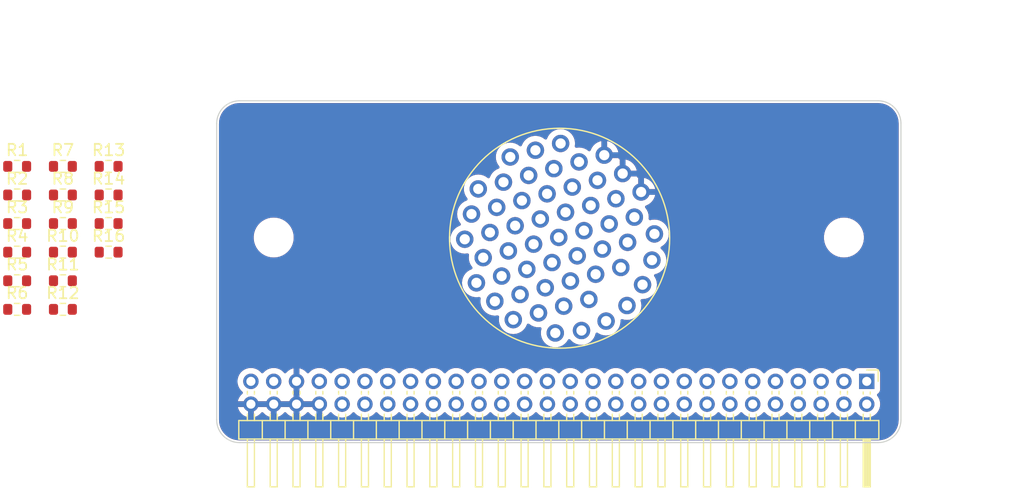
<source format=kicad_pcb>
(kicad_pcb (version 20221018) (generator pcbnew)
  (title_block (date "2023-11-16") (rev "${REVISION}") (company "Author:") (comment 1 "Reviewer:"))
  (layers (0 "F.Cu" signal) (31 "B.Cu" signal) (34 "B.Paste" user) (35 "F.Paste" user) (36 "B.SilkS" user "B.Silkscreen") (37 "F.SilkS" user "F.Silkscreen") (38 "B.Mask" user) (39 "F.Mask" user) (44 "Edge.Cuts" user))
  (property "REVISION" "1.0")
  (net 0 "")
  (net 1 "+24V")
  (net 5 "Net-(J2-Pin_7)")
  (net 6 "Net-(J2-Pin_8)")
  (net 7 "Net-(J2-Pin_9)")
  (net 8 "Net-(J2-Pin_10)")
  (net 9 "+5V_EXT")
  (net 10 "WATER_PRESSURE_IN1")
  (net 11 "WATER_PRESSURE_IN2")
  (net 12 "WATER_TEMPERATURE_IN1")
  (net 13 "WATER_TEMPERATURE_IN2")
  (net 14 "MONO_TEMPERATURE_IN")
  (net 15 "POTENTIOMETER_IN_L")
  (net 16 "POTENTIOMETER_IN_R")
  (net 17 "Net-(J2-Pin_19)")
  (net 18 "Net-(J2-Pin_20)")
  (net 19 "+3V_EXT")
  (net 20 "LOAD_CELL_IN_L+")
  (net 21 "LOAD_CELL_IN_L-")
  (net 22 "LOAD_CELL_IN_R+")
  (net 23 "LOAD_CELL_IN_R-")
  (net 24 "Net-(J2-Pin_26)")
  (net 25 "Net-(J2-Pin_27)")
  (net 26 "Net-(J2-Pin_28)")
  (net 27 "Net-(J2-Pin_29)")
  (net 28 "Net-(J2-Pin_30)")
  (net 29 "Net-(J2-Pin_31)")
  (net 30 "Net-(J2-Pin_32)")
  (net 34 "SAFETY_IN_INV")
  (net 35 "SAFETY_IN_HVD")
  (net 36 "SAFETY_IN_RES")
  (net 37 "SAFETY_IN_HV")
  (net 38 "SAFETY_IN_FW")
  (net 39 "SAFETY_IN_ASMS")
  (net 40 "SAFETY_IN_RFU1")
  (net 41 "SAFETY_IN_RFU2")
  (net 42 "SAFETY_IN_WHEEL_FL")
  (net 43 "SAFETY_IN_WHEEL_FR")
  (net 44 "SAFETY_IN_WHEEL_RL")
  (net 45 "SAFETY_IN_WHEEL_RR")
  (net 46 "Net-(J2-Pin_48)")
  (net 47 "Net-(J2-Pin_49)")
  (net 48 "Net-(J2-Pin_50)")
  (net 51 "GND")
  (net 52 "PUMP_OUT1")
  (net 53 "PUMP_OUT2")
  (net 54 "FAN_OUT_L")
  (net 55 "FAN_OUT_R")
  (net 56 "CAN+")
  (net 57 "CAN-")
  (net 58 "CAN2+")
  (net 59 "CAN2-")
  (net 60 "ANALOG_IN_RFU1")
  (net 61 "ANALOG_IN_RFU2")
  (net 62 "ASSI_OUT_R")
  (net 63 "ASSI_OUT_G")
  (net 64 "ASSI_OUT_B")
  (net 65 "BRAKE_LIGHT_OUT")
  (net 66 "ASSI_OUT_BUZZER")
  (net 67 "RTDS_OUT")
  (footprint "Resistor_SMD:R_0603_1608Metric" (layer "F.Cu") (at 98.505 104.305)
    (fp_text reference "R6" (at 0 -1.43) (layer "F.SilkS"))
    (fp_text value "0R")
    (fp_line (start -0.237258 -0.5225) (end 0.237258 -0.5225) (stroke (width 0.12)) (layer "F.SilkS"))
    (fp_line (start -0.237258 0.5225) (end 0.237258 0.5225) (stroke (width 0.12)) (layer "F.SilkS"))
    (pad "1" smd roundrect (at -0.825 0) (size 0.8 0.95) (layers "F.Cu" "F.Paste" "F.Mask") (net 61 "ANALOG_IN_RFU2"))
    (pad "2" smd roundrect (at 0.825 0) (size 0.8 0.95) (layers "F.Cu" "F.Paste" "F.Mask") (net 18 "Net-(J2-Pin_20)"))
  )
  (footprint "MountingHole:MountingHole_3mm" (layer "F.Cu") (at 121 98 -90)
    (fp_text reference "REF**" hide)
    (fp_text value "MountingHole_3mm")
    (pad "" np_thru_hole circle locked (at 0 0 270) (size 3 3) (drill 3) (layers "*.Cu" "*.Mask"))
  )
  (footprint "MountingHole:MountingHole_3mm" (layer "F.Cu") (at 171 98 -90)
    (fp_text reference "REF**" hide)
    (fp_text value "MountingHole_3mm")
    (pad "" np_thru_hole circle locked (at 0 0 270) (size 3 3) (drill 3) (layers "F&B.Cu" "*.Mask"))
  )
  (footprint "Resistor_SMD:R_0603_1608Metric" (layer "F.Cu") (at 98.505 94.265)
    (fp_text reference "R2" (at 0 -1.43) (layer "F.SilkS"))
    (fp_text value "0R")
    (fp_line (start -0.237258 -0.5225) (end 0.237258 -0.5225) (stroke (width 0.12)) (layer "F.SilkS"))
    (fp_line (start -0.237258 0.5225) (end 0.237258 0.5225) (stroke (width 0.12)) (layer "F.SilkS"))
    (pad "1" smd roundrect (at -0.825 0) (size 0.8 0.95) (layers "F.Cu" "F.Paste" "F.Mask") (net 57 "CAN-"))
    (pad "2" smd roundrect (at 0.825 0) (size 0.8 0.95) (layers "F.Cu" "F.Paste" "F.Mask") (net 6 "Net-(J2-Pin_8)"))
  )
  (footprint "Resistor_SMD:R_0603_1608Metric" (layer "F.Cu") (at 102.515 104.305)
    (fp_text reference "R12" (at 0 -1.43) (layer "F.SilkS"))
    (fp_text value "0R")
    (fp_line (start -0.237258 -0.5225) (end 0.237258 -0.5225) (stroke (width 0.12)) (layer "F.SilkS"))
    (fp_line (start -0.237258 0.5225) (end 0.237258 0.5225) (stroke (width 0.12)) (layer "F.SilkS"))
    (pad "1" smd roundrect (at -0.825 0) (size 0.8 0.95) (layers "F.Cu" "F.Paste" "F.Mask") (net 29 "Net-(J2-Pin_31)"))
    (pad "2" smd roundrect (at 0.825 0) (size 0.8 0.95) (layers "F.Cu" "F.Paste" "F.Mask") (net 52 "PUMP_OUT1"))
  )
  (footprint "Resistor_SMD:R_0603_1608Metric" (layer "F.Cu") (at 102.515 96.775)
    (fp_text reference "R9" (at 0 -1.43) (layer "F.SilkS"))
    (fp_text value "0R")
    (fp_line (start -0.237258 -0.5225) (end 0.237258 -0.5225) (stroke (width 0.12)) (layer "F.SilkS"))
    (fp_line (start -0.237258 0.5225) (end 0.237258 0.5225) (stroke (width 0.12)) (layer "F.SilkS"))
    (pad "1" smd roundrect (at -0.825 0) (size 0.8 0.95) (layers "F.Cu" "F.Paste" "F.Mask") (net 67 "RTDS_OUT"))
    (pad "2" smd roundrect (at 0.825 0) (size 0.8 0.95) (layers "F.Cu" "F.Paste" "F.Mask") (net 26 "Net-(J2-Pin_28)"))
  )
  (footprint "Resistor_SMD:R_0603_1608Metric" (layer "F.Cu") (at 98.505 99.285)
    (fp_text reference "R4" (at 0 -1.43) (layer "F.SilkS"))
    (fp_text value "0R")
    (fp_line (start -0.237258 -0.5225) (end 0.237258 -0.5225) (stroke (width 0.12)) (layer "F.SilkS"))
    (fp_line (start -0.237258 0.5225) (end 0.237258 0.5225) (stroke (width 0.12)) (layer "F.SilkS"))
    (pad "1" smd roundrect (at -0.825 0) (size 0.8 0.95) (layers "F.Cu" "F.Paste" "F.Mask") (net 59 "CAN2-"))
    (pad "2" smd roundrect (at 0.825 0) (size 0.8 0.95) (layers "F.Cu" "F.Paste" "F.Mask") (net 8 "Net-(J2-Pin_10)"))
  )
  (footprint "Resistor_SMD:R_0603_1608Metric" (layer "F.Cu") (at 102.515 101.795)
    (fp_text reference "R11" (at 0 -1.43) (layer "F.SilkS"))
    (fp_text value "0R")
    (fp_line (start -0.237258 -0.5225) (end 0.237258 -0.5225) (stroke (width 0.12)) (layer "F.SilkS"))
    (fp_line (start -0.237258 0.5225) (end 0.237258 0.5225) (stroke (width 0.12)) (layer "F.SilkS"))
    (pad "1" smd roundrect (at -0.825 0) (size 0.8 0.95) (layers "F.Cu" "F.Paste" "F.Mask") (net 28 "Net-(J2-Pin_30)"))
    (pad "2" smd roundrect (at 0.825 0) (size 0.8 0.95) (layers "F.Cu" "F.Paste" "F.Mask") (net 55 "FAN_OUT_R"))
  )
  (footprint "Resistor_SMD:R_0603_1608Metric" (layer "F.Cu") (at 106.525 99.285)
    (fp_text reference "R16" (at 0 -1.43) (layer "F.SilkS"))
    (fp_text value "0R")
    (fp_line (start -0.237258 -0.5225) (end 0.237258 -0.5225) (stroke (width 0.12)) (layer "F.SilkS"))
    (fp_line (start -0.237258 0.5225) (end 0.237258 0.5225) (stroke (width 0.12)) (layer "F.SilkS"))
    (pad "1" smd roundrect (at -0.825 0) (size 0.8 0.95) (layers "F.Cu" "F.Paste" "F.Mask") (net 48 "Net-(J2-Pin_50)"))
    (pad "2" smd roundrect (at 0.825 0) (size 0.8 0.95) (layers "F.Cu" "F.Paste" "F.Mask") (net 64 "ASSI_OUT_B"))
  )
  (footprint "Resistor_SMD:R_0603_1608Metric" (layer "F.Cu") (at 102.515 94.265)
    (fp_text reference "R8" (at 0 -1.43) (layer "F.SilkS"))
    (fp_text value "0R")
    (fp_line (start -0.237258 -0.5225) (end 0.237258 -0.5225) (stroke (width 0.12)) (layer "F.SilkS"))
    (fp_line (start -0.237258 0.5225) (end 0.237258 0.5225) (stroke (width 0.12)) (layer "F.SilkS"))
    (pad "1" smd roundrect (at -0.825 0) (size 0.8 0.95) (layers "F.Cu" "F.Paste" "F.Mask") (net 66 "ASSI_OUT_BUZZER"))
    (pad "2" smd roundrect (at 0.825 0) (size 0.8 0.95) (layers "F.Cu" "F.Paste" "F.Mask") (net 25 "Net-(J2-Pin_27)"))
  )
  (footprint "Resistor_SMD:R_0603_1608Metric" (layer "F.Cu") (at 102.515 91.755)
    (fp_text reference "R7" (at 0 -1.43) (layer "F.SilkS"))
    (fp_text value "0R")
    (fp_line (start -0.237258 -0.5225) (end 0.237258 -0.5225) (stroke (width 0.12)) (layer "F.SilkS"))
    (fp_line (start -0.237258 0.5225) (end 0.237258 0.5225) (stroke (width 0.12)) (layer "F.SilkS"))
    (pad "1" smd roundrect (at -0.825 0) (size 0.8 0.95) (layers "F.Cu" "F.Paste" "F.Mask") (net 65 "BRAKE_LIGHT_OUT"))
    (pad "2" smd roundrect (at 0.825 0) (size 0.8 0.95) (layers "F.Cu" "F.Paste" "F.Mask") (net 24 "Net-(J2-Pin_26)"))
  )
  (footprint "Resistor_SMD:R_0603_1608Metric" (layer "F.Cu") (at 102.515 99.285)
    (fp_text reference "R10" (at 0 -1.43) (layer "F.SilkS"))
    (fp_text value "0R")
    (fp_line (start -0.237258 -0.5225) (end 0.237258 -0.5225) (stroke (width 0.12)) (layer "F.SilkS"))
    (fp_line (start -0.237258 0.5225) (end 0.237258 0.5225) (stroke (width 0.12)) (layer "F.SilkS"))
    (pad "1" smd roundrect (at -0.825 0) (size 0.8 0.95) (layers "F.Cu" "F.Paste" "F.Mask") (net 27 "Net-(J2-Pin_29)"))
    (pad "2" smd roundrect (at 0.825 0) (size 0.8 0.95) (layers "F.Cu" "F.Paste" "F.Mask") (net 54 "FAN_OUT_L"))
  )
  (footprint "Connector_PinHeader_2.00mm:PinHeader_2x28_P2.00mm_Horizontal" (layer "F.Cu") (at 173 110.625 -90)
    (fp_text reference "J3" hide)
    (fp_text value "Goldpin")
    (fp_line (start -1 -1) (end 0 -1) (stroke (width 0.12)) (layer "F.SilkS"))
    (fp_line (start -1 0) (end -1 -1) (stroke (width 0.12)) (layer "F.SilkS"))
    (fp_line (start 0.882114 1.69) (end 1.117886 1.69) (stroke (width 0.12)) (layer "F.SilkS"))
    (fp_line (start 0.882114 2.31) (end 1.117886 2.31) (stroke (width 0.12)) (layer "F.SilkS"))
    (fp_line (start 0.882114 3.69) (end 1.117886 3.69) (stroke (width 0.12)) (layer "F.SilkS"))
    (fp_line (start 0.882114 4.31) (end 1.117886 4.31) (stroke (width 0.12)) (layer "F.SilkS"))
    (fp_line (start 0.882114 5.69) (end 1.117886 5.69) (stroke (width 0.12)) (layer "F.SilkS"))
    (fp_line (start 0.882114 6.31) (end 1.117886 6.31) (stroke (width 0.12)) (layer "F.SilkS"))
    (fp_line (start 0.882114 7.69) (end 1.117886 7.69) (stroke (width 0.12)) (layer "F.SilkS"))
    (fp_line (start 0.882114 8.31) (end 1.117886 8.31) (stroke (width 0.12)) (layer "F.SilkS"))
    (fp_line (start 0.882114 9.69) (end 1.117886 9.69) (stroke (width 0.12)) (layer "F.SilkS"))
    (fp_line (start 0.882114 10.31) (end 1.117886 10.31) (stroke (width 0.12)) (layer "F.SilkS"))
    (fp_line (start 0.882114 11.69) (end 1.117886 11.69) (stroke (width 0.12)) (layer "F.SilkS"))
    (fp_line (start 0.882114 12.31) (end 1.117886 12.31) (stroke (width 0.12)) (layer "F.SilkS"))
    (fp_line (start 0.882114 13.69) (end 1.117886 13.69) (stroke (width 0.12)) (layer "F.SilkS"))
    (fp_line (start 0.882114 14.31) (end 1.117886 14.31) (stroke (width 0.12)) (layer "F.SilkS"))
    (fp_line (start 0.882114 15.69) (end 1.117886 15.69) (stroke (width 0.12)) (layer "F.SilkS"))
    (fp_line (start 0.882114 16.31) (end 1.117886 16.31) (stroke (width 0.12)) (layer "F.SilkS"))
    (fp_line (start 0.882114 17.69) (end 1.117886 17.69) (stroke (width 0.12)) (layer "F.SilkS"))
    (fp_line (start 0.882114 18.31) (end 1.117886 18.31) (stroke (width 0.12)) (layer "F.SilkS"))
    (fp_line (start 0.882114 19.69) (end 1.117886 19.69) (stroke (width 0.12)) (layer "F.SilkS"))
    (fp_line (start 0.882114 20.31) (end 1.117886 20.31) (stroke (width 0.12)) (layer "F.SilkS"))
    (fp_line (start 0.882114 21.69) (end 1.117886 21.69) (stroke (width 0.12)) (layer "F.SilkS"))
    (fp_line (start 0.882114 22.31) (end 1.117886 22.31) (stroke (width 0.12)) (layer "F.SilkS"))
    (fp_line (start 0.882114 23.69) (end 1.117886 23.69) (stroke (width 0.12)) (layer "F.SilkS"))
    (fp_line (start 0.882114 24.31) (end 1.117886 24.31) (stroke (width 0.12)) (layer "F.SilkS"))
    (fp_line (start 0.882114 25.69) (end 1.117886 25.69) (stroke (width 0.12)) (layer "F.SilkS"))
    (fp_line (start 0.882114 26.31) (end 1.117886 26.31) (stroke (width 0.12)) (layer "F.SilkS"))
    (fp_line (start 0.882114 27.69) (end 1.117886 27.69) (stroke (width 0.12)) (layer "F.SilkS"))
    (fp_line (start 0.882114 28.31) (end 1.117886 28.31) (stroke (width 0.12)) (layer "F.SilkS"))
    (fp_line (start 0.882114 29.69) (end 1.117886 29.69) (stroke (width 0.12)) (layer "F.SilkS"))
    (fp_line (start 0.882114 30.31) (end 1.117886 30.31) (stroke (width 0.12)) (layer "F.SilkS"))
    (fp_line (start 0.882114 31.69) (end 1.117886 31.69) (stroke (width 0.12)) (layer "F.SilkS"))
    (fp_line (start 0.882114 32.31) (end 1.117886 32.31) (stroke (width 0.12)) (layer "F.SilkS"))
    (fp_line (start 0.882114 33.69) (end 1.117886 33.69) (stroke (width 0.12)) (layer "F.SilkS"))
    (fp_line (start 0.882114 34.31) (end 1.117886 34.31) (stroke (width 0.12)) (layer "F.SilkS"))
    (fp_line (start 0.882114 35.69) (end 1.117886 35.69) (stroke (width 0.12)) (layer "F.SilkS"))
    (fp_line (start 0.882114 36.31) (end 1.117886 36.31) (stroke (width 0.12)) (layer "F.SilkS"))
    (fp_line (start 0.882114 37.69) (end 1.117886 37.69) (stroke (width 0.12)) (layer "F.SilkS"))
    (fp_line (start 0.882114 38.31) (end 1.117886 38.31) (stroke (width 0.12)) (layer "F.SilkS"))
    (fp_line (start 0.882114 39.69) (end 1.117886 39.69) (stroke (width 0.12)) (layer "F.SilkS"))
    (fp_line (start 0.882114 40.31) (end 1.117886 40.31) (stroke (width 0.12)) (layer "F.SilkS"))
    (fp_line (start 0.882114 41.69) (end 1.117886 41.69) (stroke (width 0.12)) (layer "F.SilkS"))
    (fp_line (start 0.882114 42.31) (end 1.117886 42.31) (stroke (width 0.12)) (layer "F.SilkS"))
    (fp_line (start 0.882114 43.69) (end 1.117886 43.69) (stroke (width 0.12)) (layer "F.SilkS"))
    (fp_line (start 0.882114 44.31) (end 1.117886 44.31) (stroke (width 0.12)) (layer "F.SilkS"))
    (fp_line (start 0.882114 45.69) (end 1.117886 45.69) (stroke (width 0.12)) (layer "F.SilkS"))
    (fp_line (start 0.882114 46.31) (end 1.117886 46.31) (stroke (width 0.12)) (layer "F.SilkS"))
    (fp_line (start 0.882114 47.69) (end 1.117886 47.69) (stroke (width 0.12)) (layer "F.SilkS"))
    (fp_line (start 0.882114 48.31) (end 1.117886 48.31) (stroke (width 0.12)) (layer "F.SilkS"))
    (fp_line (start 0.882114 49.69) (end 1.117886 49.69) (stroke (width 0.12)) (layer "F.SilkS"))
    (fp_line (start 0.882114 50.31) (end 1.117886 50.31) (stroke (width 0.12)) (layer "F.SilkS"))
    (fp_line (start 0.882114 51.69) (end 1.117886 51.69) (stroke (width 0.12)) (layer "F.SilkS"))
    (fp_line (start 0.882114 52.31) (end 1.117886 52.31) (stroke (width 0.12)) (layer "F.SilkS"))
    (fp_line (start 0.882114 53.69) (end 1.117886 53.69) (stroke (width 0.12)) (layer "F.SilkS"))
    (fp_line (start 0.882114 54.31) (end 1.117886 54.31) (stroke (width 0.12)) (layer "F.SilkS"))
    (fp_line (start 0.935 -0.31) (end 1.117886 -0.31) (stroke (width 0.12)) (layer "F.SilkS"))
    (fp_line (start 0.935 0.31) (end 1.117886 0.31) (stroke (width 0.12)) (layer "F.SilkS"))
    (fp_line (start 2.882114 -0.31) (end 3.44 -0.31) (stroke (width 0.12)) (layer "F.SilkS"))
    (fp_line (start 2.882114 0.31) (end 3.44 0.31) (stroke (width 0.12)) (layer "F.SilkS"))
    (fp_line (start 2.882114 1.69) (end 3.44 1.69) (stroke (width 0.12)) (layer "F.SilkS"))
    (fp_line (start 2.882114 2.31) (end 3.44 2.31) (stroke (width 0.12)) (layer "F.SilkS"))
    (fp_line (start 2.882114 3.69) (end 3.44 3.69) (stroke (width 0.12)) (layer "F.SilkS"))
    (fp_line (start 2.882114 4.31) (end 3.44 4.31) (stroke (width 0.12)) (layer "F.SilkS"))
    (fp_line (start 2.882114 5.69) (end 3.44 5.69) (stroke (width 0.12)) (layer "F.SilkS"))
    (fp_line (start 2.882114 6.31) (end 3.44 6.31) (stroke (width 0.12)) (layer "F.SilkS"))
    (fp_line (start 2.882114 7.69) (end 3.44 7.69) (stroke (width 0.12)) (layer "F.SilkS"))
    (fp_line (start 2.882114 8.31) (end 3.44 8.31) (stroke (width 0.12)) (layer "F.SilkS"))
    (fp_line (start 2.882114 9.69) (end 3.44 9.69) (stroke (width 0.12)) (layer "F.SilkS"))
    (fp_line (start 2.882114 10.31) (end 3.44 10.31) (stroke (width 0.12)) (layer "F.SilkS"))
    (fp_line (start 2.882114 11.69) (end 3.44 11.69) (stroke (width 0.12)) (layer "F.SilkS"))
    (fp_line (start 2.882114 12.31) (end 3.44 12.31) (stroke (width 0.12)) (layer "F.SilkS"))
    (fp_line (start 2.882114 13.69) (end 3.44 13.69) (stroke (width 0.12)) (layer "F.SilkS"))
    (fp_line (start 2.882114 14.31) (end 3.44 14.31) (stroke (width 0.12)) (layer "F.SilkS"))
    (fp_line (start 2.882114 15.69) (end 3.44 15.69) (stroke (width 0.12)) (layer "F.SilkS"))
    (fp_line (start 2.882114 16.31) (end 3.44 16.31) (stroke (width 0.12)) (layer "F.SilkS"))
    (fp_line (start 2.882114 17.69) (end 3.44 17.69) (stroke (width 0.12)) (layer "F.SilkS"))
    (fp_line (start 2.882114 18.31) (end 3.44 18.31) (stroke (width 0.12)) (layer "F.SilkS"))
    (fp_line (start 2.882114 19.69) (end 3.44 19.69) (stroke (width 0.12)) (layer "F.SilkS"))
    (fp_line (start 2.882114 20.31) (end 3.44 20.31) (stroke (width 0.12)) (layer "F.SilkS"))
    (fp_line (start 2.882114 21.69) (end 3.44 21.69) (stroke (width 0.12)) (layer "F.SilkS"))
    (fp_line (start 2.882114 22.31) (end 3.44 22.31) (stroke (width 0.12)) (layer "F.SilkS"))
    (fp_line (start 2.882114 23.69) (end 3.44 23.69) (stroke (width 0.12)) (layer "F.SilkS"))
    (fp_line (start 2.882114 24.31) (end 3.44 24.31) (stroke (width 0.12)) (layer "F.SilkS"))
    (fp_line (start 2.882114 25.69) (end 3.44 25.69) (stroke (width 0.12)) (layer "F.SilkS"))
    (fp_line (start 2.882114 26.31) (end 3.44 26.31) (stroke (width 0.12)) (layer "F.SilkS"))
    (fp_line (start 2.882114 27.69) (end 3.44 27.69) (stroke (width 0.12)) (layer "F.SilkS"))
    (fp_line (start 2.882114 28.31) (end 3.44 28.31) (stroke (width 0.12)) (layer "F.SilkS"))
    (fp_line (start 2.882114 29.69) (end 3.44 29.69) (stroke (width 0.12)) (layer "F.SilkS"))
    (fp_line (start 2.882114 30.31) (end 3.44 30.31) (stroke (width 0.12)) (layer "F.SilkS"))
    (fp_line (start 2.882114 31.69) (end 3.44 31.69) (stroke (width 0.12)) (layer "F.SilkS"))
    (fp_line (start 2.882114 32.31) (end 3.44 32.31) (stroke (width 0.12)) (layer "F.SilkS"))
    (fp_line (start 2.882114 33.69) (end 3.44 33.69) (stroke (width 0.12)) (layer "F.SilkS"))
    (fp_line (start 2.882114 34.31) (end 3.44 34.31) (stroke (width 0.12)) (layer "F.SilkS"))
    (fp_line (start 2.882114 35.69) (end 3.44 35.69) (stroke (width 0.12)) (layer "F.SilkS"))
    (fp_line (start 2.882114 36.31) (end 3.44 36.31) (stroke (width 0.12)) (layer "F.SilkS"))
    (fp_line (start 2.882114 37.69) (end 3.44 37.69) (stroke (width 0.12)) (layer "F.SilkS"))
    (fp_line (start 2.882114 38.31) (end 3.44 38.31) (stroke (width 0.12)) (layer "F.SilkS"))
    (fp_line (start 2.882114 39.69) (end 3.44 39.69) (stroke (width 0.12)) (layer "F.SilkS"))
    (fp_line (start 2.882114 40.31) (end 3.44 40.31) (stroke (width 0.12)) (layer "F.SilkS"))
    (fp_line (start 2.882114 41.69) (end 3.44 41.69) (stroke (width 0.12)) (layer "F.SilkS"))
    (fp_line (start 2.882114 42.31) (end 3.44 42.31) (stroke (width 0.12)) (layer "F.SilkS"))
    (fp_line (start 2.882114 43.69) (end 3.44 43.69) (stroke (width 0.12)) (layer "F.SilkS"))
    (fp_line (start 2.882114 44.31) (end 3.44 44.31) (stroke (width 0.12)) (layer "F.SilkS"))
    (fp_line (start 2.882114 45.69) (end 3.44 45.69) (stroke (width 0.12)) (layer "F.SilkS"))
    (fp_line (start 2.882114 46.31) (end 3.44 46.31) (stroke (width 0.12)) (layer "F.SilkS"))
    (fp_line (start 2.882114 47.69) (end 3.44 47.69) (stroke (width 0.12)) (layer "F.SilkS"))
    (fp_line (start 2.882114 48.31) (end 3.44 48.31) (stroke (width 0.12)) (layer "F.SilkS"))
    (fp_line (start 2.882114 49.69) (end 3.44 49.69) (stroke (width 0.12)) (layer "F.SilkS"))
    (fp_line (start 2.882114 50.31) (end 3.44 50.31) (stroke (width 0.12)) (layer "F.SilkS"))
    (fp_line (start 2.882114 51.69) (end 3.44 51.69) (stroke (width 0.12)) (layer "F.SilkS"))
    (fp_line (start 2.882114 52.31) (end 3.44 52.31) (stroke (width 0.12)) (layer "F.SilkS"))
    (fp_line (start 2.882114 53.69) (end 3.44 53.69) (stroke (width 0.12)) (layer "F.SilkS"))
    (fp_line (start 2.882114 54.31) (end 3.44 54.31) (stroke (width 0.12)) (layer "F.SilkS"))
    (fp_line (start 3.44 -1.06) (end 3.44 55.06) (stroke (width 0.12)) (layer "F.SilkS"))
    (fp_line (start 3.44 1) (end 5.06 1) (stroke (width 0.12)) (layer "F.SilkS"))
    (fp_line (start 3.44 3) (end 5.06 3) (stroke (width 0.12)) (layer "F.SilkS"))
    (fp_line (start 3.44 5) (end 5.06 5) (stroke (width 0.12)) (layer "F.SilkS"))
    (fp_line (start 3.44 7) (end 5.06 7) (stroke (width 0.12)) (layer "F.SilkS"))
    (fp_line (start 3.44 9) (end 5.06 9) (stroke (width 0.12)) (layer "F.SilkS"))
    (fp_line (start 3.44 11) (end 5.06 11) (stroke (width 0.12)) (layer "F.SilkS"))
    (fp_line (start 3.44 13) (end 5.06 13) (stroke (width 0.12)) (layer "F.SilkS"))
    (fp_line (start 3.44 15) (end 5.06 15) (stroke (width 0.12)) (layer "F.SilkS"))
    (fp_line (start 3.44 17) (end 5.06 17) (stroke (width 0.12)) (layer "F.SilkS"))
    (fp_line (start 3.44 19) (end 5.06 19) (stroke (width 0.12)) (layer "F.SilkS"))
    (fp_line (start 3.44 21) (end 5.06 21) (stroke (width 0.12)) (layer "F.SilkS"))
    (fp_line (start 3.44 23) (end 5.06 23) (stroke (width 0.12)) (layer "F.SilkS"))
    (fp_line (start 3.44 25) (end 5.06 25) (stroke (width 0.12)) (layer "F.SilkS"))
    (fp_line (start 3.44 27) (end 5.06 27) (stroke (width 0.12)) (layer "F.SilkS"))
    (fp_line (start 3.44 29) (end 5.06 29) (stroke (width 0.12)) (layer "F.SilkS"))
    (fp_line (start 3.44 31) (end 5.06 31) (stroke (width 0.12)) (layer "F.SilkS"))
    (fp_line (start 3.44 33) (end 5.06 33) (stroke (width 0.12)) (layer "F.SilkS"))
    (fp_line (start 3.44 35) (end 5.06 35) (stroke (width 0.12)) (layer "F.SilkS"))
    (fp_line (start 3.44 37) (end 5.06 37) (stroke (width 0.12)) (layer "F.SilkS"))
    (fp_line (start 3.44 39) (end 5.06 39) (stroke (width 0.12)) (layer "F.SilkS"))
    (fp_line (start 3.44 41) (end 5.06 41) (stroke (width 0.12)) (layer "F.SilkS"))
    (fp_line (start 3.44 43) (end 5.06 43) (stroke (width 0.12)) (layer "F.SilkS"))
    (fp_line (start 3.44 45) (end 5.06 45) (stroke (width 0.12)) (layer "F.SilkS"))
    (fp_line (start 3.44 47) (end 5.06 47) (stroke (width 0.12)) (layer "F.SilkS"))
    (fp_line (start 3.44 49) (end 5.06 49) (stroke (width 0.12)) (layer "F.SilkS"))
    (fp_line (start 3.44 51) (end 5.06 51) (stroke (width 0.12)) (layer "F.SilkS"))
    (fp_line (start 3.44 53) (end 5.06 53) (stroke (width 0.12)) (layer "F.SilkS"))
    (fp_line (start 3.44 55.06) (end 5.06 55.06) (stroke (width 0.12)) (layer "F.SilkS"))
    (fp_line (start 5.06 -1.06) (end 3.44 -1.06) (stroke (width 0.12)) (layer "F.SilkS"))
    (fp_line (start 5.06 -0.31) (end 9.26 -0.31) (stroke (width 0.12)) (layer "F.SilkS"))
    (fp_line (start 5.06 -0.25) (end 9.26 -0.25) (stroke (width 0.12)) (layer "F.SilkS"))
    (fp_line (start 5.06 -0.13) (end 9.26 -0.13) (stroke (width 0.12)) (layer "F.SilkS"))
    (fp_line (start 5.06 -0.01) (end 9.26 -0.01) (stroke (width 0.12)) (layer "F.SilkS"))
    (fp_line (start 5.06 0.11) (end 9.26 0.11) (stroke (width 0.12)) (layer "F.SilkS"))
    (fp_line (start 5.06 0.23) (end 9.26 0.23) (stroke (width 0.12)) (layer "F.SilkS"))
    (fp_line (start 5.06 1.69) (end 9.26 1.69) (stroke (width 0.12)) (layer "F.SilkS"))
    (fp_line (start 5.06 3.69) (end 9.26 3.69) (stroke (width 0.12)) (layer "F.SilkS"))
    (fp_line (start 5.06 5.69) (end 9.26 5.69) (stroke (width 0.12)) (layer "F.SilkS"))
    (fp_line (start 5.06 7.69) (end 9.26 7.69) (stroke (width 0.12)) (layer "F.SilkS"))
    (fp_line (start 5.06 9.69) (end 9.26 9.69) (stroke (width 0.12)) (layer "F.SilkS"))
    (fp_line (start 5.06 11.69) (end 9.26 11.69) (stroke (width 0.12)) (layer "F.SilkS"))
    (fp_line (start 5.06 13.69) (end 9.26 13.69) (stroke (width 0.12)) (layer "F.SilkS"))
    (fp_line (start 5.06 15.69) (end 9.26 15.69) (stroke (width 0.12)) (layer "F.SilkS"))
    (fp_line (start 5.06 17.69) (end 9.26 17.69) (stroke (width 0.12)) (layer "F.SilkS"))
    (fp_line (start 5.06 19.69) (end 9.26 19.69) (stroke (width 0.12)) (layer "F.SilkS"))
    (fp_line (start 5.06 21.69) (end 9.26 21.69) (stroke (width 0.12)) (layer "F.SilkS"))
    (fp_line (start 5.06 23.69) (end 9.26 23.69) (stroke (width 0.12)) (layer "F.SilkS"))
    (fp_line (start 5.06 25.69) (end 9.26 25.69) (stroke (width 0.12)) (layer "F.SilkS"))
    (fp_line (start 5.06 27.69) (end 9.26 27.69) (stroke (width 0.12)) (layer "F.SilkS"))
    (fp_line (start 5.06 29.69) (end 9.26 29.69) (stroke (width 0.12)) (layer "F.SilkS"))
    (fp_line (start 5.06 31.69) (end 9.26 31.69) (stroke (width 0.12)) (layer "F.SilkS"))
    (fp_line (start 5.06 33.69) (end 9.26 33.69) (stroke (width 0.12)) (layer "F.SilkS"))
    (fp_line (start 5.06 35.69) (end 9.26 35.69) (stroke (width 0.12)) (layer "F.SilkS"))
    (fp_line (start 5.06 37.69) (end 9.26 37.69) (stroke (width 0.12)) (layer "F.SilkS"))
    (fp_line (start 5.06 39.69) (end 9.26 39.69) (stroke (width 0.12)) (layer "F.SilkS"))
    (fp_line (start 5.06 41.69) (end 9.26 41.69) (stroke (width 0.12)) (layer "F.SilkS"))
    (fp_line (start 5.06 43.69) (end 9.26 43.69) (stroke (width 0.12)) (layer "F.SilkS"))
    (fp_line (start 5.06 45.69) (end 9.26 45.69) (stroke (width 0.12)) (layer "F.SilkS"))
    (fp_line (start 5.06 47.69) (end 9.26 47.69) (stroke (width 0.12)) (layer "F.SilkS"))
    (fp_line (start 5.06 49.69) (end 9.26 49.69) (stroke (width 0.12)) (layer "F.SilkS"))
    (fp_line (start 5.06 51.69) (end 9.26 51.69) (stroke (width 0.12)) (layer "F.SilkS"))
    (fp_line (start 5.06 53.69) (end 9.26 53.69) (stroke (width 0.12)) (layer "F.SilkS"))
    (fp_line (start 5.06 55.06) (end 5.06 -1.06) (stroke (width 0.12)) (layer "F.SilkS"))
    (fp_line (start 9.26 -0.31) (end 9.26 0.31) (stroke (width 0.12)) (layer "F.SilkS"))
    (fp_line (start 9.26 0.31) (end 5.06 0.31) (stroke (width 0.12)) (layer "F.SilkS"))
    (fp_line (start 9.26 1.69) (end 9.26 2.31) (stroke (width 0.12)) (layer "F.SilkS"))
    (fp_line (start 9.26 2.31) (end 5.06 2.31) (stroke (width 0.12)) (layer "F.SilkS"))
    (fp_line (start 9.26 3.69) (end 9.26 4.31) (stroke (width 0.12)) (layer "F.SilkS"))
    (fp_line (start 9.26 4.31) (end 5.06 4.31) (stroke (width 0.12)) (layer "F.SilkS"))
    (fp_line (start 9.26 5.69) (end 9.26 6.31) (stroke (width 0.12)) (layer "F.SilkS"))
    (fp_line (start 9.26 6.31) (end 5.06 6.31) (stroke (width 0.12)) (layer "F.SilkS"))
    (fp_line (start 9.26 7.69) (end 9.26 8.31) (stroke (width 0.12)) (layer "F.SilkS"))
    (fp_line (start 9.26 8.31) (end 5.06 8.31) (stroke (width 0.12)) (layer "F.SilkS"))
    (fp_line (start 9.26 9.69) (end 9.26 10.31) (stroke (width 0.12)) (layer "F.SilkS"))
    (fp_line (start 9.26 10.31) (end 5.06 10.31) (stroke (width 0.12)) (layer "F.SilkS"))
    (fp_line (start 9.26 11.69) (end 9.26 12.31) (stroke (width 0.12)) (layer "F.SilkS"))
    (fp_line (start 9.26 12.31) (end 5.06 12.31) (stroke (width 0.12)) (layer "F.SilkS"))
    (fp_line (start 9.26 13.69) (end 9.26 14.31) (stroke (width 0.12)) (layer "F.SilkS"))
    (fp_line (start 9.26 14.31) (end 5.06 14.31) (stroke (width 0.12)) (layer "F.SilkS"))
    (fp_line (start 9.26 15.69) (end 9.26 16.31) (stroke (width 0.12)) (layer "F.SilkS"))
    (fp_line (start 9.26 16.31) (end 5.06 16.31) (stroke (width 0.12)) (layer "F.SilkS"))
    (fp_line (start 9.26 17.69) (end 9.26 18.31) (stroke (width 0.12)) (layer "F.SilkS"))
    (fp_line (start 9.26 18.31) (end 5.06 18.31) (stroke (width 0.12)) (layer "F.SilkS"))
    (fp_line (start 9.26 19.69) (end 9.26 20.31) (stroke (width 0.12)) (layer "F.SilkS"))
    (fp_line (start 9.26 20.31) (end 5.06 20.31) (stroke (width 0.12)) (layer "F.SilkS"))
    (fp_line (start 9.26 21.69) (end 9.26 22.31) (stroke (width 0.12)) (layer "F.SilkS"))
    (fp_line (start 9.26 22.31) (end 5.06 22.31) (stroke (width 0.12)) (layer "F.SilkS"))
    (fp_line (start 9.26 23.69) (end 9.26 24.31) (stroke (width 0.12)) (layer "F.SilkS"))
    (fp_line (start 9.26 24.31) (end 5.06 24.31) (stroke (width 0.12)) (layer "F.SilkS"))
    (fp_line (start 9.26 25.69) (end 9.26 26.31) (stroke (width 0.12)) (layer "F.SilkS"))
    (fp_line (start 9.26 26.31) (end 5.06 26.31) (stroke (width 0.12)) (layer "F.SilkS"))
    (fp_line (start 9.26 27.69) (end 9.26 28.31) (stroke (width 0.12)) (layer "F.SilkS"))
    (fp_line (start 9.26 28.31) (end 5.06 28.31) (stroke (width 0.12)) (layer "F.SilkS"))
    (fp_line (start 9.26 29.69) (end 9.26 30.31) (stroke (width 0.12)) (layer "F.SilkS"))
    (fp_line (start 9.26 30.31) (end 5.06 30.31) (stroke (width 0.12)) (layer "F.SilkS"))
    (fp_line (start 9.26 31.69) (end 9.26 32.31) (stroke (width 0.12)) (layer "F.SilkS"))
    (fp_line (start 9.26 32.31) (end 5.06 32.31) (stroke (width 0.12)) (layer "F.SilkS"))
    (fp_line (start 9.26 33.69) (end 9.26 34.31) (stroke (width 0.12)) (layer "F.SilkS"))
    (fp_line (start 9.26 34.31) (end 5.06 34.31) (stroke (width 0.12)) (layer "F.SilkS"))
    (fp_line (start 9.26 35.69) (end 9.26 36.31) (stroke (width 0.12)) (layer "F.SilkS"))
    (fp_line (start 9.26 36.31) (end 5.06 36.31) (stroke (width 0.12)) (layer "F.SilkS"))
    (fp_line (start 9.26 37.69) (end 9.26 38.31) (stroke (width 0.12)) (layer "F.SilkS"))
    (fp_line (start 9.26 38.31) (end 5.06 38.31) (stroke (width 0.12)) (layer "F.SilkS"))
    (fp_line (start 9.26 39.69) (end 9.26 40.31) (stroke (width 0.12)) (layer "F.SilkS"))
    (fp_line (start 9.26 40.31) (end 5.06 40.31) (stroke (width 0.12)) (layer "F.SilkS"))
    (fp_line (start 9.26 41.69) (end 9.26 42.31) (stroke (width 0.12)) (layer "F.SilkS"))
    (fp_line (start 9.26 42.31) (end 5.06 42.31) (stroke (width 0.12)) (layer "F.SilkS"))
    (fp_line (start 9.26 43.69) (end 9.26 44.31) (stroke (width 0.12)) (layer "F.SilkS"))
    (fp_line (start 9.26 44.31) (end 5.06 44.31) (stroke (width 0.12)) (layer "F.SilkS"))
    (fp_line (start 9.26 45.69) (end 9.26 46.31) (stroke (width 0.12)) (layer "F.SilkS"))
    (fp_line (start 9.26 46.31) (end 5.06 46.31) (stroke (width 0.12)) (layer "F.SilkS"))
    (fp_line (start 9.26 47.69) (end 9.26 48.31) (stroke (width 0.12)) (layer "F.SilkS"))
    (fp_line (start 9.26 48.31) (end 5.06 48.31) (stroke (width 0.12)) (layer "F.SilkS"))
    (fp_line (start 9.26 49.69) (end 9.26 50.31) (stroke (width 0.12)) (layer "F.SilkS"))
    (fp_line (start 9.26 50.31) (end 5.06 50.31) (stroke (width 0.12)) (layer "F.SilkS"))
    (fp_line (start 9.26 51.69) (end 9.26 52.31) (stroke (width 0.12)) (layer "F.SilkS"))
    (fp_line (start 9.26 52.31) (end 5.06 52.31) (stroke (width 0.12)) (layer "F.SilkS"))
    (fp_line (start 9.26 53.69) (end 9.26 54.31) (stroke (width 0.12)) (layer "F.SilkS"))
    (fp_line (start 9.26 54.31) (end 5.06 54.31) (stroke (width 0.12)) (layer "F.SilkS"))
    (pad "1" thru_hole rect locked (at 0 0 270) (size 1.35 1.35) (drill 0.8) (layers "*.Cu" "*.Mask") (net 1 "+24V"))
    (pad "2" thru_hole oval locked (at 2 0 270) (size 1.35 1.35) (drill 0.8) (layers "*.Cu" "*.Mask") (net 1 "+24V"))
    (pad "3" thru_hole oval locked (at 0 2 270) (size 1.35 1.35) (drill 0.8) (layers "*.Cu" "*.Mask") (net 1 "+24V"))
    (pad "4" thru_hole oval locked (at 2 2 270) (size 1.35 1.35) (drill 0.8) (layers "*.Cu" "*.Mask") (net 1 "+24V"))
    (pad "5" thru_hole oval locked (at 0 4 270) (size 1.35 1.35) (drill 0.8) (layers "*.Cu" "*.Mask") (net 1 "+24V"))
    (pad "6" thru_hole oval locked (at 2 4 270) (size 1.35 1.35) (drill 0.8) (layers "*.Cu" "*.Mask") (net 1 "+24V"))
    (pad "7" thru_hole oval locked (at 0 6 270) (size 1.35 1.35) (drill 0.8) (layers "*.Cu" "*.Mask") (net 52 "PUMP_OUT1"))
    (pad "8" thru_hole oval locked (at 2 6 270) (size 1.35 1.35) (drill 0.8) (layers "*.Cu" "*.Mask") (net 52 "PUMP_OUT1"))
    (pad "9" thru_hole oval locked (at 0 8 270) (size 1.35 1.35) (drill 0.8) (layers "*.Cu" "*.Mask") (net 53 "PUMP_OUT2"))
    (pad "10" thru_hole oval locked (at 2 8 270) (size 1.35 1.35) (drill 0.8) (layers "*.Cu" "*.Mask") (net 53 "PUMP_OUT2"))
    (pad "11" thru_hole oval locked (at 0 10 270) (size 1.35 1.35) (drill 0.8) (layers "*.Cu" "*.Mask") (net 54 "FAN_OUT_L"))
    (pad "12" thru_hole oval locked (at 2 10 270) (size 1.35 1.35) (drill 0.8) (layers "*.Cu" "*.Mask") (net 54 "FAN_OUT_L"))
    (pad "13" thru_hole oval locked (at 0 12 270) (size 1.35 1.35) (drill 0.8) (layers "*.Cu" "*.Mask") (net 55 "FAN_OUT_R"))
    (pad "14" thru_hole oval locked (at 2 12 270) (size 1.35 1.35) (drill 0.8) (layers "*.Cu" "*.Mask") (net 55 "FAN_OUT_R"))
    (pad "15" thru_hole oval locked (at 0 14 270) (size 1.35 1.35) (drill 0.8) (layers "*.Cu" "*.Mask") (net 56 "CAN+"))
    (pad "16" thru_hole oval locked (at 2 14 270) (size 1.35 1.35) (drill 0.8) (layers "*.Cu" "*.Mask") (net 57 "CAN-"))
    (pad "17" thru_hole oval locked (at 0 16 270) (size 1.35 1.35) (drill 0.8) (layers "*.Cu" "*.Mask") (net 58 "CAN2+"))
    (pad "18" thru_hole oval locked (at 2 16 270) (size 1.35 1.35) (drill 0.8) (layers "*.Cu" "*.Mask") (net 34 "SAFETY_IN_INV"))
    (pad "19" thru_hole oval locked (at 0 18 270) (size 1.35 1.35) (drill 0.8) (layers "*.Cu" "*.Mask") (net 59 "CAN2-"))
    (pad "20" thru_hole oval locked (at 2 18 270) (size 1.35 1.35) (drill 0.8) (layers "*.Cu" "*.Mask") (net 35 "SAFETY_IN_HVD"))
    (pad "21" thru_hole oval locked (at 0 20 270) (size 1.35 1.35) (drill 0.8) (layers "*.Cu" "*.Mask") (net 9 "+5V_EXT"))
    (pad "22" thru_hole oval locked (at 2 20 270) (size 1.35 1.35) (drill 0.8) (layers "*.Cu" "*.Mask") (net 36 "SAFETY_IN_RES"))
    (pad "23" thru_hole oval locked (at 0 22 270) (size 1.35 1.35) (drill 0.8) (layers "*.Cu" "*.Mask") (net 16 "POTENTIOMETER_IN_R"))
    (pad "24" thru_hole oval locked (at 2 22 270) (size 1.35 1.35) (drill 0.8) (layers "*.Cu" "*.Mask") (net 37 "SAFETY_IN_HV"))
    (pad "25" thru_hole oval locked (at 0 24 270) (size 1.35 1.35) (drill 0.8) (layers "*.Cu" "*.Mask") (net 15 "POTENTIOMETER_IN_L"))
    (pad "26" thru_hole oval locked (at 2 24 270) (size 1.35 1.35) (drill 0.8) (layers "*.Cu" "*.Mask") (net 38 "SAFETY_IN_FW"))
    (pad "27" thru_hole oval locked (at 0 26 270) (size 1.35 1.35) (drill 0.8) (layers "*.Cu" "*.Mask") (net 10 "WATER_PRESSURE_IN1"))
    (pad "28" thru_hole oval locked (at 2 26 270) (size 1.35 1.35) (drill 0.8) (layers "*.Cu" "*.Mask") (net 39 "SAFETY_IN_ASMS"))
    (pad "29" thru_hole oval locked (at 0 28 270) (size 1.35 1.35) (drill 0.8) (layers "*.Cu" "*.Mask") (net 11 "WATER_PRESSURE_IN2"))
    (pad "30" thru_hole oval locked (at 2 28 270) (size 1.35 1.35) (drill 0.8) (layers "*.Cu" "*.Mask") (net 40 "SAFETY_IN_RFU1"))
    (pad "31" thru_hole oval locked (at 0 30 270) (size 1.35 1.35) (drill 0.8) (layers "*.Cu" "*.Mask") (net 13 "WATER_TEMPERATURE_IN2"))
    (pad "32" thru_hole oval locked (at 2 30 270) (size 1.35 1.35) (drill 0.8) (layers "*.Cu" "*.Mask") (net 41 "SAFETY_IN_RFU2"))
    (pad "33" thru_hole oval locked (at 0 32 270) (size 1.35 1.35) (drill 0.8) (layers "*.Cu" "*.Mask") (net 12 "WATER_TEMPERATURE_IN1"))
    (pad "34" thru_hole oval locked (at 2 32 270) (size 1.35 1.35) (drill 0.8) (layers "*.Cu" "*.Mask") (net 42 "SAFETY_IN_WHEEL_FL"))
    (pad "35" thru_hole oval locked (at 0 34 270) (size 1.35 1.35) (drill 0.8) (layers "*.Cu" "*.Mask") (net 60 "ANALOG_IN_RFU1"))
    (pad "36" thru_hole oval locked (at 2 34 270) (size 1.35 1.35) (drill 0.8) (layers "*.Cu" "*.Mask") (net 43 "SAFETY_IN_WHEEL_FR"))
    (pad "37" thru_hole oval locked (at 0 36 270) (size 1.35 1.35) (drill 0.8) (layers "*.Cu" "*.Mask") (net 61 "ANALOG_IN_RFU2"))
    (pad "38" thru_hole oval locked (at 2 36 270) (size 1.35 1.35) (drill 0.8) (layers "*.Cu" "*.Mask") (net 44 "SAFETY_IN_WHEEL_RL"))
    (pad "39" thru_hole oval locked (at 0 38 270) (size 1.35 1.35) (drill 0.8) (layers "*.Cu" "*.Mask") (net 14 "MONO_TEMPERATURE_IN"))
    (pad "40" thru_hole oval locked (at 2 38 270) (size 1.35 1.35) (drill 0.8) (layers "*.Cu" "*.Mask") (net 45 "SAFETY_IN_WHEEL_RR"))
    (pad "41" thru_hole oval locked (at 0 40 270) (size 1.35 1.35) (drill 0.8) (layers "*.Cu" "*.Mask") (net 19 "+3V_EXT"))
    (pad "42" thru_hole oval locked (at 2 40 270) (size 1.35 1.35) (drill 0.8) (layers "*.Cu" "*.Mask") (net 23 "LOAD_CELL_IN_R-"))
    (pad "43" thru_hole oval locked (at 0 42 270) (size 1.35 1.35) (drill 0.8) (layers "*.Cu" "*.Mask") (net 62 "ASSI_OUT_R"))
    (pad "44" thru_hole oval locked (at 2 42 270) (size 1.35 1.35) (drill 0.8) (layers "*.Cu" "*.Mask") (net 22 "LOAD_CELL_IN_R+"))
    (pad "45" thru_hole oval locked (at 0 44 270) (size 1.35 1.35) (drill 0.8) (layers "*.Cu" "*.Mask") (net 63 "ASSI_OUT_G"))
    (pad "46" thru_hole oval locked (at 2 44 270) (size 1.35 1.35) (drill 0.8) (layers "*.Cu" "*.Mask") (net 21 "LOAD_CELL_IN_L-"))
    (pad "47" thru_hole oval locked (at 0 46 270) (size 1.35 1.35) (drill 0.8) (layers "*.Cu" "*.Mask") (net 64 "ASSI_OUT_B"))
    (pad "48" thru_hole oval locked (at 2 46 270) (size 1.35 1.35) (drill 0.8) (layers "*.Cu" "*.Mask") (net 20 "LOAD_CELL_IN_L+"))
    (pad "49" thru_hole oval locked (at 0 48 270) (size 1.35 1.35) (drill 0.8) (layers "*.Cu" "*.Mask") (net 65 "BRAKE_LIGHT_OUT"))
    (pad "50" thru_hole oval locked (at 2 48 270) (size 1.35 1.35) (drill 0.8) (layers "*.Cu" "*.Mask") (net 51 "GND"))
    (pad "51" thru_hole oval locked (at 0 50 270) (size 1.35 1.35) (drill 0.8) (layers "*.Cu" "*.Mask") (net 51 "GND"))
    (pad "52" thru_hole oval locked (at 2 50 270) (size 1.35 1.35) (drill 0.8) (layers "*.Cu" "*.Mask") (net 51 "GND"))
    (pad "53" thru_hole oval locked (at 0 52 270) (size 1.35 1.35) (drill 0.8) (layers "*.Cu" "*.Mask") (net 66 "ASSI_OUT_BUZZER"))
    (pad "54" thru_hole oval locked (at 2 52 270) (size 1.35 1.35) (drill 0.8) (layers "*.Cu" "*.Mask") (net 51 "GND"))
    (pad "55" thru_hole oval locked (at 0 54 270) (size 1.35 1.35) (drill 0.8) (layers "*.Cu" "*.Mask") (net 67 "RTDS_OUT"))
    (pad "56" thru_hole oval locked (at 2 54 270) (size 1.35 1.35) (drill 0.8) (layers "*.Cu" "*.Mask") (net 51 "GND"))
  )
  (footprint "Resistor_SMD:R_0603_1608Metric" (layer "F.Cu") (at 98.505 96.775)
    (fp_text reference "R3" (at 0 -1.43) (layer "F.SilkS"))
    (fp_text value "0R")
    (fp_line (start -0.237258 -0.5225) (end 0.237258 -0.5225) (stroke (width 0.12)) (layer "F.SilkS"))
    (fp_line (start -0.237258 0.5225) (end 0.237258 0.5225) (stroke (width 0.12)) (layer "F.SilkS"))
    (pad "1" smd roundrect (at -0.825 0) (size 0.8 0.95) (layers "F.Cu" "F.Paste" "F.Mask") (net 58 "CAN2+"))
    (pad "2" smd roundrect (at 0.825 0) (size 0.8 0.95) (layers "F.Cu" "F.Paste" "F.Mask") (net 7 "Net-(J2-Pin_9)"))
  )
  (footprint "Resistor_SMD:R_0603_1608Metric" (layer "F.Cu") (at 106.525 94.265)
    (fp_text reference "R14" (at 0 -1.43) (layer "F.SilkS"))
    (fp_text value "0R")
    (fp_line (start -0.237258 -0.5225) (end 0.237258 -0.5225) (stroke (width 0.12)) (layer "F.SilkS"))
    (fp_line (start -0.237258 0.5225) (end 0.237258 0.5225) (stroke (width 0.12)) (layer "F.SilkS"))
    (pad "1" smd roundrect (at -0.825 0) (size 0.8 0.95) (layers "F.Cu" "F.Paste" "F.Mask") (net 46 "Net-(J2-Pin_48)"))
    (pad "2" smd roundrect (at 0.825 0) (size 0.8 0.95) (layers "F.Cu" "F.Paste" "F.Mask") (net 62 "ASSI_OUT_R"))
  )
  (footprint "Resistor_SMD:R_0603_1608Metric" (layer "F.Cu") (at 98.505 91.755)
    (fp_text reference "R1" (at 0 -1.43) (layer "F.SilkS"))
    (fp_text value "0R")
    (fp_line (start -0.237258 -0.5225) (end 0.237258 -0.5225) (stroke (width 0.12)) (layer "F.SilkS"))
    (fp_line (start -0.237258 0.5225) (end 0.237258 0.5225) (stroke (width 0.12)) (layer "F.SilkS"))
    (pad "1" smd roundrect (at -0.825 0) (size 0.8 0.95) (layers "F.Cu" "F.Paste" "F.Mask") (net 56 "CAN+"))
    (pad "2" smd roundrect (at 0.825 0) (size 0.8 0.95) (layers "F.Cu" "F.Paste" "F.Mask") (net 5 "Net-(J2-Pin_7)"))
  )
  (footprint "Resistor_SMD:R_0603_1608Metric" (layer "F.Cu") (at 106.525 91.755)
    (fp_text reference "R13" (at 0 -1.43) (layer "F.SilkS"))
    (fp_text value "0R")
    (fp_line (start -0.237258 -0.5225) (end 0.237258 -0.5225) (stroke (width 0.12)) (layer "F.SilkS"))
    (fp_line (start -0.237258 0.5225) (end 0.237258 0.5225) (stroke (width 0.12)) (layer "F.SilkS"))
    (pad "1" smd roundrect (at -0.825 0) (size 0.8 0.95) (layers "F.Cu" "F.Paste" "F.Mask") (net 30 "Net-(J2-Pin_32)"))
    (pad "2" smd roundrect (at 0.825 0) (size 0.8 0.95) (layers "F.Cu" "F.Paste" "F.Mask") (net 53 "PUMP_OUT2"))
  )
  (footprint "Resistor_SMD:R_0603_1608Metric" (layer "F.Cu") (at 106.525 96.775)
    (fp_text reference "R15" (at 0 -1.43) (layer "F.SilkS"))
    (fp_text value "0R")
    (fp_line (start -0.237258 -0.5225) (end 0.237258 -0.5225) (stroke (width 0.12)) (layer "F.SilkS"))
    (fp_line (start -0.237258 0.5225) (end 0.237258 0.5225) (stroke (width 0.12)) (layer "F.SilkS"))
    (pad "1" smd roundrect (at -0.825 0) (size 0.8 0.95) (layers "F.Cu" "F.Paste" "F.Mask") (net 47 "Net-(J2-Pin_49)"))
    (pad "2" smd roundrect (at 0.825 0) (size 0.8 0.95) (layers "F.Cu" "F.Paste" "F.Mask") (net 63 "ASSI_OUT_G"))
  )
  (footprint "Resistor_SMD:R_0603_1608Metric" (layer "F.Cu") (at 98.505 101.795)
    (fp_text reference "R5" (at 0 -1.43) (layer "F.SilkS"))
    (fp_text value "0R")
    (fp_line (start -0.237258 -0.5225) (end 0.237258 -0.5225) (stroke (width 0.12)) (layer "F.SilkS"))
    (fp_line (start -0.237258 0.5225) (end 0.237258 0.5225) (stroke (width 0.12)) (layer "F.SilkS"))
    (pad "1" smd roundrect (at -0.825 0) (size 0.8 0.95) (layers "F.Cu" "F.Paste" "F.Mask") (net 60 "ANALOG_IN_RFU1"))
    (pad "2" smd roundrect (at 0.825 0) (size 0.8 0.95) (layers "F.Cu" "F.Paste" "F.Mask") (net 17 "Net-(J2-Pin_19)"))
  )
  (footprint "Local_Library:AS022-55SN" (layer "B.Cu") (at 145.302734 98.567266 -90)
    (fp_text reference "J2" hide)
    (fp_text value "Autosport")
    (fp_circle (center -0.505266 -0.764734) (end 6.319729 -7.589729) (stroke (width 0.12)) (fill none) (layer "F.SilkS"))
    (pad "1" thru_hole circle locked (at 6.643018 3.294342 45) (size 1.524 1.524) (drill 0.9) (layers "*.Cu" "*.Mask") (net 1 "+24V"))
    (pad "2" thru_hole circle locked (at 5.026572 4.910788 45) (size 1.524 1.524) (drill 0.9) (layers "*.Cu" "*.Mask") (net 1 "+24V"))
    (pad "3" thru_hole circle locked (at 3.410126 6.527234 45) (size 1.524 1.524) (drill 0.9) (layers "*.Cu" "*.Mask") (net 1 "+24V"))
    (pad "4" thru_hole circle locked (at 7.810451 -0.387563 45) (size 1.524 1.524) (drill 0.9) (layers "*.Cu" "*.Mask"))
    (pad "5" thru_hole circle locked (at 6.050321 1.085199 45) (size 1.524 1.524) (drill 0.9) (layers "*.Cu" "*.Mask"))
    (pad "6" thru_hole circle locked (at 4.433875 2.701645 45) (size 1.524 1.524) (drill 0.9) (layers "*.Cu" "*.Mask"))
    (pad "7" thru_hole circle locked (at 2.817429 4.318091 45) (size 1.524 1.524) (drill 0.9) (layers "*.Cu" "*.Mask") (net 5 "Net-(J2-Pin_7)"))
    (pad "8" thru_hole circle locked (at 1.200983 5.934537 45) (size 1.524 1.524) (drill 0.9) (layers "*.Cu" "*.Mask") (net 6 "Net-(J2-Pin_8)"))
    (pad "9" thru_hole circle locked (at -0.415463 7.550983 45) (size 1.524 1.524) (drill 0.9) (layers "*.Cu" "*.Mask") (net 7 "Net-(J2-Pin_9)"))
    (pad "10" thru_hole circle locked (at 7.594925 -2.686509 45) (size 1.524 1.524) (drill 0.9) (layers "*.Cu" "*.Mask") (net 8 "Net-(J2-Pin_10)"))
    (pad "11" thru_hole circle locked (at 5.457624 -1.123944 45) (size 1.524 1.524) (drill 0.9) (layers "*.Cu" "*.Mask") (net 9 "+5V_EXT"))
    (pad "12" thru_hole circle locked (at 3.841178 0.492502 45) (size 1.524 1.524) (drill 0.9) (layers "*.Cu" "*.Mask") (net 10 "WATER_PRESSURE_IN1"))
    (pad "13" thru_hole circle locked (at 2.224732 2.108948 45) (size 1.524 1.524) (drill 0.9) (layers "*.Cu" "*.Mask") (net 11 "WATER_PRESSURE_IN2"))
    (pad "14" thru_hole circle locked (at 0.608286 3.725394 45) (size 1.524 1.524) (drill 0.9) (layers "*.Cu" "*.Mask") (net 12 "WATER_TEMPERATURE_IN1"))
    (pad "15" thru_hole circle locked (at -1.00816 5.34184 45) (size 1.524 1.524) (drill 0.9) (layers "*.Cu" "*.Mask") (net 13 "WATER_TEMPERATURE_IN2"))
    (pad "16" thru_hole circle locked (at -2.624606 6.958286 45) (size 1.524 1.524) (drill 0.9) (layers "*.Cu" "*.Mask") (net 14 "MONO_TEMPERATURE_IN"))
    (pad "17" thru_hole circle locked (at 6.768741 -4.84177 45) (size 1.524 1.524) (drill 0.9) (layers "*.Cu" "*.Mask") (net 15 "POTENTIOMETER_IN_L"))
    (pad "18" thru_hole circle locked (at 4.864927 -3.333087 45) (size 1.524 1.524) (drill 0.9) (layers "*.Cu" "*.Mask") (net 16 "POTENTIOMETER_IN_R"))
    (pad "19" thru_hole circle locked (at 3.248481 -1.716641 45) (size 1.524 1.524) (drill 0.9) (layers "*.Cu" "*.Mask") (net 17 "Net-(J2-Pin_19)"))
    (pad "20" thru_hole circle locked (at 1.632035 -0.100195 45) (size 1.524 1.524) (drill 0.9) (layers "*.Cu" "*.Mask") (net 18 "Net-(J2-Pin_20)"))
    (pad "21" thru_hole circle locked (at 0.015589 1.516251 45) (size 1.524 1.524) (drill 0.9) (layers "*.Cu" "*.Mask") (net 19 "+3V_EXT"))
    (pad "22" thru_hole circle locked (at -1.600857 3.132697 45) (size 1.524 1.524) (drill 0.9) (layers "*.Cu" "*.Mask") (net 20 "LOAD_CELL_IN_L+"))
    (pad "23" thru_hole circle locked (at -3.217303 4.749143 45) (size 1.524 1.524) (drill 0.9) (layers "*.Cu" "*.Mask") (net 21 "LOAD_CELL_IN_L-"))
    (pad "24" thru_hole circle locked (at -4.833749 6.365589 45) (size 1.524 1.524) (drill 0.9) (layers "*.Cu" "*.Mask") (net 22 "LOAD_CELL_IN_R+"))
    (pad "25" thru_hole circle locked (at 5.403743 -6.673743 45) (size 1.524 1.524) (drill 0.9) (layers "*.Cu" "*.Mask") (net 23 "LOAD_CELL_IN_R-"))
    (pad "26" thru_hole circle locked (at 2.655784 -3.925784 45) (size 1.524 1.524) (drill 0.9) (layers "*.Cu" "*.Mask") (net 24 "Net-(J2-Pin_26)"))
    (pad "27" thru_hole circle locked (at 1.039338 -2.309338 45) (size 1.524 1.524) (drill 0.9) (layers "*.Cu" "*.Mask") (net 25 "Net-(J2-Pin_27)"))
    (pad "28" thru_hole circle locked (at -0.577108 -0.692892 45) (size 1.524 1.524) (drill 0.9) (layers "*.Cu" "*.Mask") (net 26 "Net-(J2-Pin_28)"))
    (pad "29" thru_hole circle locked (at -2.193554 0.923554 45) (size 1.524 1.524) (drill 0.9) (layers "*.Cu" "*.Mask") (net 27 "Net-(J2-Pin_29)"))
    (pad "30" thru_hole circle locked (at -3.81 2.54 45) (size 1.524 1.524) (drill 0.9) (layers "*.Cu" "*.Mask") (net 28 "Net-(J2-Pin_30)"))
    (pad "31" thru_hole circle locked (at -5.426446 4.156446 45) (size 1.524 1.524) (drill 0.9) (layers "*.Cu" "*.Mask") (net 29 "Net-(J2-Pin_31)"))
    (pad "32" thru_hole circle locked (at 3.57177 -8.038741 45) (size 1.524 1.524) (drill 0.9) (layers "*.Cu" "*.Mask") (net 30 "Net-(J2-Pin_32)"))
    (pad "33" thru_hole circle locked (at 2.063087 -6.134927 45) (size 1.524 1.524) (drill 0.9) (layers "*.Cu" "*.Mask"))
    (pad "34" thru_hole circle locked (at 0.446641 -4.518481 45) (size 1.524 1.524) (drill 0.9) (layers "*.Cu" "*.Mask"))
    (pad "35" thru_hole circle locked (at -1.169805 -2.902035 45) (size 1.524 1.524) (drill 0.9) (layers "*.Cu" "*.Mask"))
    (pad "36" thru_hole circle locked (at -2.786251 -1.285589 45) (size 1.524 1.524) (drill 0.9) (layers "*.Cu" "*.Mask") (net 34 "SAFETY_IN_INV"))
    (pad "37" thru_hole circle locked (at -4.402697 0.330857 45) (size 1.524 1.524) (drill 0.9) (layers "*.Cu" "*.Mask") (net 35 "SAFETY_IN_HVD"))
    (pad "38" thru_hole circle locked (at -6.019143 1.947303 45) (size 1.524 1.524) (drill 0.9) (layers "*.Cu" "*.Mask") (net 36 "SAFETY_IN_RES"))
    (pad "39" thru_hole circle locked (at -7.635589 3.563749 45) (size 1.524 1.524) (drill 0.9) (layers "*.Cu" "*.Mask") (net 37 "SAFETY_IN_HV"))
    (pad "40" thru_hole circle locked (at 1.416509 -8.864925 45) (size 1.524 1.524) (drill 0.9) (layers "*.Cu" "*.Mask") (net 38 "SAFETY_IN_FW"))
    (pad "41" thru_hole circle locked (at -0.146056 -6.727624 45) (size 1.524 1.524) (drill 0.9) (layers "*.Cu" "*.Mask") (net 39 "SAFETY_IN_ASMS"))
    (pad "42" thru_hole circle locked (at -1.762502 -5.111178 45) (size 1.524 1.524) (drill 0.9) (layers "*.Cu" "*.Mask") (net 40 "SAFETY_IN_RFU1"))
    (pad "43" thru_hole circle locked (at -3.378948 -3.494732 45) (size 1.524 1.524) (drill 0.9) (layers "*.Cu" "*.Mask") (net 41 "SAFETY_IN_RFU2"))
    (pad "44" thru_hole circle locked (at -4.995394 -1.878286 45) (size 1.524 1.524) (drill 0.9) (layers "*.Cu" "*.Mask") (net 42 "SAFETY_IN_WHEEL_FL"))
    (pad "45" thru_hole circle locked (at -6.61184 -0.26184 45) (size 1.524 1.524) (drill 0.9) (layers "*.Cu" "*.Mask") (net 43 "SAFETY_IN_WHEEL_FR"))
    (pad "46" thru_hole circle locked (at -8.228286 1.354606 45) (size 1.524 1.524) (drill 0.9) (layers "*.Cu" "*.Mask") (net 44 "SAFETY_IN_WHEEL_RL"))
    (pad "47" thru_hole circle locked (at -0.882437 -9.080451 45) (size 1.524 1.524) (drill 0.9) (layers "*.Cu" "*.Mask") (net 45 "SAFETY_IN_WHEEL_RR"))
    (pad "48" thru_hole circle locked (at -2.355199 -7.320321 45) (size 1.524 1.524) (drill 0.9) (layers "*.Cu" "*.Mask") (net 46 "Net-(J2-Pin_48)"))
    (pad "49" thru_hole circle locked (at -3.971645 -5.703875 45) (size 1.524 1.524) (drill 0.9) (layers "*.Cu" "*.Mask") (net 47 "Net-(J2-Pin_49)"))
    (pad "50" thru_hole circle locked (at -5.588091 -4.087429 45) (size 1.524 1.524) (drill 0.9) (layers "*.Cu" "*.Mask") (net 48 "Net-(J2-Pin_50)"))
    (pad "51" thru_hole circle locked (at -7.204537 -2.470983 45) (size 1.524 1.524) (drill 0.9) (layers "*.Cu" "*.Mask"))
    (pad "52" thru_hole circle locked (at -8.820983 -0.854537 45) (size 1.524 1.524) (drill 0.9) (layers "*.Cu" "*.Mask"))
    (pad "53" thru_hole circle locked (at -4.564342 -7.913018 45) (size 1.524 1.524) (drill 0.9) (layers "*.Cu" "*.Mask") (net 51 "GND"))
    (pad "54" thru_hole circle locked (at -6.180788 -6.296572 45) (size 1.524 1.524) (drill 0.9) (layers "*.Cu" "*.Mask") (net 51 "GND"))
    (pad "55" thru_hole circle locked (at -7.797234 -4.680126 45) (size 1.524 1.524) (drill 0.9) (layers "*.Cu" "*.Mask") (net 51 "GND"))
  )
  (gr_line (start 118 86) (end 174 86) (stroke (width 0.1)) (layer "Edge.Cuts"))
  (gr_line (start 116 114) (end 116 88) (stroke (width 0.1)) (layer "Edge.Cuts"))
  (gr_line (start 176 88) (end 176 114) (stroke (width 0.1)) (layer "Edge.Cuts"))
  (gr_arc (start 176 114) (mid 175.414214 115.414214) (end 174 116) (stroke (width 0.1)) (layer "Edge.Cuts"))
  (gr_line (start 174 116) (end 118 116) (stroke (width 0.1)) (layer "Edge.Cuts"))
  (gr_arc (start 116 88) (mid 116.585786 86.585786) (end 118 86) (stroke (width 0.1)) (layer "Edge.Cuts"))
  (gr_arc (start 118 116) (mid 116.585786 115.414214) (end 116 114) (stroke (width 0.1)) (layer "Edge.Cuts"))
  (gr_arc (start 174 86) (mid 175.414214 86.585786) (end 176 88) (stroke (width 0.1)) (layer "Edge.Cuts"))
  (zone locked (net 51) (net_name "GND") (layers "F&B.Cu") (connect_pads (clearance 0.5)) (min_thickness 0.25) (fill yes (thermal_gap 0.5) (thermal_bridge_width 0.5))
    (polygon (pts (xy 116 86) (xy 176 86) (xy 176 116) (xy 116 116)))
  )
)
</source>
